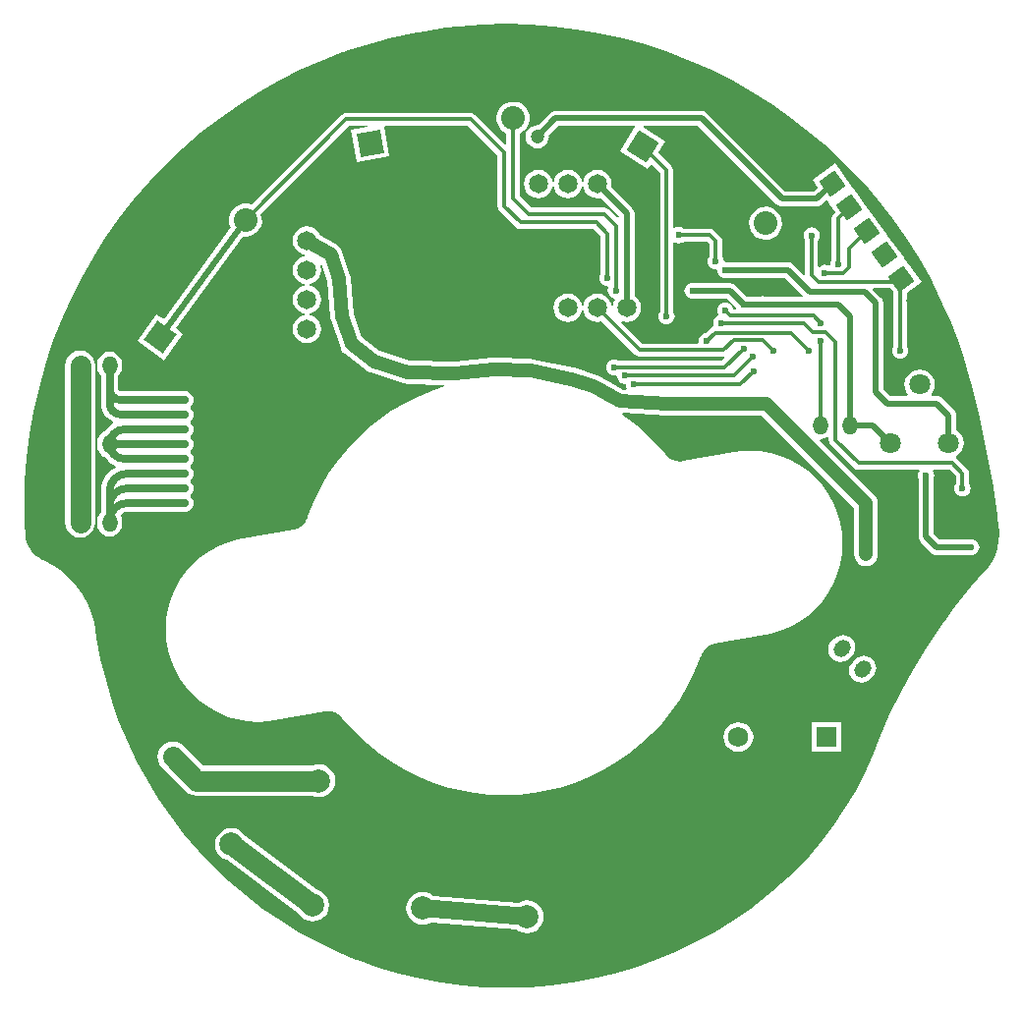
<source format=gbl>
G04 Layer_Physical_Order=2*
G04 Layer_Color=16711680*
%FSTAX24Y24*%
%MOIN*%
G70*
G01*
G75*
%ADD10C,0.0354*%
%ADD11C,0.0197*%
%ADD12C,0.0276*%
%ADD13C,0.0118*%
%ADD22C,0.0472*%
%ADD27C,0.0591*%
%ADD33O,0.0512X0.0630*%
G04:AMPARAMS|DCode=34|XSize=63mil|YSize=51.2mil|CornerRadius=0mil|HoleSize=0mil|Usage=FLASHONLY|Rotation=45.000|XOffset=0mil|YOffset=0mil|HoleType=Round|Shape=Round|*
%AMOVALD34*
21,1,0.0118,0.0512,0.0000,0.0000,45.0*
1,1,0.0512,-0.0042,-0.0042*
1,1,0.0512,0.0042,0.0042*
%
%ADD34OVALD34*%

G04:AMPARAMS|DCode=35|XSize=63mil|YSize=51.2mil|CornerRadius=0mil|HoleSize=0mil|Usage=FLASHONLY|Rotation=315.000|XOffset=0mil|YOffset=0mil|HoleType=Round|Shape=Round|*
%AMOVALD35*
21,1,0.0118,0.0512,0.0000,0.0000,315.0*
1,1,0.0512,-0.0042,0.0042*
1,1,0.0512,0.0042,-0.0042*
%
%ADD35OVALD35*%

%ADD36C,0.0650*%
%ADD37C,0.1575*%
%ADD38P,0.0919X4X81.0*%
%ADD39C,0.0709*%
%ADD40P,0.1131X4X325.0*%
%ADD41C,0.0800*%
%ADD42P,0.1131X4X283.0*%
%ADD43P,0.1131X4X369.0*%
%ADD44C,0.3150*%
%ADD45C,0.0787*%
%ADD46R,0.0689X0.0689*%
%ADD47C,0.0689*%
%ADD48C,0.0236*%
%ADD49C,0.0394*%
%ADD50C,0.0709*%
%ADD51C,0.0472*%
G36*
X184164Y161171D02*
X184963Y161113D01*
X185759Y161014D01*
X186548Y160877D01*
X18733Y160702D01*
X188103Y160488D01*
X188864Y160237D01*
X189612Y159948D01*
X190345Y159623D01*
X191061Y159263D01*
X191758Y158868D01*
X192435Y158439D01*
X193091Y157977D01*
X193723Y157484D01*
X194329Y156961D01*
X19491Y156408D01*
X195463Y155827D01*
X195986Y155221D01*
X196479Y154589D01*
X196941Y153933D01*
X19737Y153256D01*
X197765Y152559D01*
X198125Y151843D01*
X198289Y151474D01*
X198289Y151474D01*
X198442Y151129D01*
X198731Y15038D01*
X198849Y150023D01*
X198849Y150023D01*
X198864Y149976D01*
X198984Y149612D01*
X199121Y149118D01*
X199134Y149072D01*
X199149Y149024D01*
X199412Y147977D01*
X199659Y146833D01*
X199868Y145681D01*
X20004Y144523D01*
X200093Y144064D01*
X200093D01*
X200095Y144062D01*
X200109Y143854D01*
X200094Y143621D01*
X200048Y143392D01*
X199973Y143171D01*
X19987Y142962D01*
X19974Y142768D01*
X199644Y142659D01*
X199646Y142657D01*
X199157Y142099D01*
X198619Y141429D01*
X198111Y140735D01*
X197633Y140021D01*
X197187Y139286D01*
X196773Y138532D01*
X196393Y137761D01*
X196047Y136974D01*
X195921Y136649D01*
X195899Y136605D01*
X195899Y136605D01*
X195812Y136379D01*
X195537Y135765D01*
X195228Y135167D01*
X194886Y134587D01*
X194512Y134027D01*
X194108Y133489D01*
X193673Y132975D01*
X193211Y132486D01*
X192722Y132023D01*
X192418Y131767D01*
X192419Y131767D01*
X192253Y131625D01*
X191668Y131176D01*
X191061Y130759D01*
X190432Y130374D01*
X189785Y130022D01*
X189119Y129705D01*
X188439Y129423D01*
X187744Y129177D01*
X187037Y128968D01*
X186321Y128796D01*
X185596Y128661D01*
X184865Y128565D01*
X184131Y128507D01*
X183394Y128488D01*
X182657Y128507D01*
X181923Y128565D01*
X181192Y128661D01*
X180467Y128796D01*
X179751Y128968D01*
X179044Y129177D01*
X17835Y129423D01*
X17834Y129428D01*
X178332Y129433D01*
X178327Y129434D01*
X17828Y129452D01*
X177669Y129705D01*
X177004Y130022D01*
X176356Y130374D01*
X175728Y130759D01*
X17512Y131176D01*
X174536Y131625D01*
X173975Y132103D01*
X173441Y132611D01*
X172933Y133145D01*
X172455Y133706D01*
X172006Y13429D01*
X171589Y134898D01*
X171204Y135526D01*
X170852Y136174D01*
X170535Y136839D01*
X170253Y13752D01*
X170007Y138214D01*
X169797Y138921D01*
X169625Y139638D01*
X169491Y140362D01*
X169456Y140629D01*
X169453Y140628D01*
X169408Y14089D01*
X169384Y140974D01*
X169372Y141018D01*
X169367Y141041D01*
X169363Y141047D01*
X169359Y141063D01*
X169314Y141219D01*
X169182Y141537D01*
X169016Y141838D01*
X168817Y142118D01*
X168587Y142375D01*
X168331Y142604D01*
X16805Y142803D01*
X167749Y142969D01*
X167707Y142987D01*
X167662Y143007D01*
X167659Y14301D01*
X167657Y14301D01*
X167619Y14303D01*
X167512Y143088D01*
X16736Y143212D01*
X167236Y143363D01*
X167144Y143536D01*
X167087Y143723D01*
X167074Y143855D01*
X167074Y143855D01*
X167074D01*
X167073Y143856D01*
X167062Y144053D01*
X167058Y144068D01*
X167038Y144864D01*
X167058Y145665D01*
X167117Y146464D01*
X167215Y14726D01*
X167352Y14805D01*
X167528Y148832D01*
X167742Y149604D01*
X167993Y150365D01*
X168281Y151113D01*
X168606Y151846D01*
X168967Y152562D01*
X169362Y153259D01*
X169791Y153937D01*
X170252Y154592D01*
X170745Y155224D01*
X171269Y155831D01*
X171822Y156411D01*
X172402Y156964D01*
X173009Y157488D01*
X173641Y157981D01*
X174296Y158442D01*
X174973Y158871D01*
X175671Y159266D01*
X176387Y159627D01*
X17712Y159951D01*
X177824Y160223D01*
X177872Y160239D01*
X177881Y160241D01*
X177886Y160244D01*
X177919Y160256D01*
X17861Y160485D01*
X179311Y160679D01*
X179359Y160692D01*
X179385Y160697D01*
X179385Y160698D01*
X179388Y160699D01*
X179407Y160704D01*
X180176Y160877D01*
X180347Y160906D01*
Y160906D01*
X180396Y160915D01*
X180977Y161016D01*
X181303Y161056D01*
X181303Y161056D01*
X181762Y161113D01*
X182561Y161171D01*
X183362Y161191D01*
X184164Y161171D01*
D02*
G37*
%LPC*%
G36*
X183662Y158553D02*
X183516Y158547D01*
X183376Y158503D01*
X183252Y158424D01*
X183153Y158316D01*
X183085Y158186D01*
X183053Y158042D01*
X18306Y157896D01*
X183104Y157756D01*
X183183Y157632D01*
X183291Y157533D01*
X183393Y15748D01*
Y157116D01*
X183347Y157096D01*
X182326Y158116D01*
X182255Y158164D01*
X18217Y158181D01*
X177957D01*
X177873Y158164D01*
X177801Y158116D01*
X174746Y155061D01*
X174738Y155065D01*
X174596Y155099D01*
X174449Y155095D01*
X174308Y155053D01*
X174183Y154977D01*
X174082Y15487D01*
X174012Y154741D01*
X173978Y154599D01*
X173981Y154452D01*
X174023Y154311D01*
X174036Y15429D01*
X171764Y151162D01*
X171522Y151338D01*
X170866Y150436D01*
X171768Y149781D01*
X172424Y150683D01*
X172182Y150859D01*
X174454Y153986D01*
X174478Y153981D01*
X174625Y153984D01*
X174766Y154026D01*
X174891Y154103D01*
X174992Y154209D01*
X175062Y154338D01*
X175096Y154481D01*
X175092Y154628D01*
X175057Y154747D01*
X178049Y15774D01*
X178678D01*
X178682Y15769D01*
X178123Y157591D01*
X178316Y156493D01*
X179414Y156687D01*
X179235Y157701D01*
X179268Y15774D01*
X182079D01*
X183089Y156729D01*
Y155008D01*
X183106Y154923D01*
X183154Y154852D01*
X183705Y1543D01*
X183777Y154252D01*
X183861Y154236D01*
X18634D01*
X186589Y153987D01*
Y152732D01*
X186569Y152706D01*
X186541Y152639D01*
X186532Y152567D01*
X186541Y152495D01*
X186569Y152428D01*
X186613Y15237D01*
X186671Y152326D01*
X186738Y152298D01*
X186809Y152289D01*
X186844Y152243D01*
X186836Y152225D01*
X186827Y152153D01*
X186836Y152081D01*
X186864Y152014D01*
X186908Y151957D01*
X186966Y151913D01*
X187033Y151885D01*
X187053Y151882D01*
X187072Y151836D01*
X187049Y151806D01*
X187001Y151689D01*
X186996Y151653D01*
X186946D01*
X186941Y151689D01*
X186892Y151806D01*
X186815Y151907D01*
X186714Y151984D01*
X186597Y152033D01*
X186471Y152049D01*
X186345Y152033D01*
X186228Y151984D01*
X186127Y151907D01*
X186049Y151806D01*
X186001Y151689D01*
X185996Y151653D01*
X185946D01*
X185941Y151689D01*
X185892Y151806D01*
X185815Y151907D01*
X185714Y151984D01*
X185597Y152033D01*
X185471Y152049D01*
X185345Y152033D01*
X185228Y151984D01*
X185127Y151907D01*
X185049Y151806D01*
X185001Y151689D01*
X184984Y151563D01*
X185001Y151437D01*
X185049Y151319D01*
X185127Y151219D01*
X185228Y151141D01*
X185345Y151093D01*
X185471Y151076D01*
X185597Y151093D01*
X185714Y151141D01*
X185815Y151219D01*
X185892Y151319D01*
X185941Y151437D01*
X185946Y151473D01*
X185996D01*
X186001Y151437D01*
X186049Y151319D01*
X186127Y151219D01*
X186228Y151141D01*
X186345Y151093D01*
X186471Y151076D01*
X186597Y151093D01*
X186619Y151102D01*
X187752Y14997D01*
X187823Y149922D01*
X187908Y149905D01*
X190746D01*
X190779Y149911D01*
X190804Y149865D01*
X190694Y149756D01*
X187211D01*
X187185Y149776D01*
X187118Y149804D01*
X187046Y149813D01*
X186974Y149804D01*
X186907Y149776D01*
X186849Y149732D01*
X186805Y149674D01*
X186777Y149607D01*
X186768Y149535D01*
X186777Y149463D01*
X186805Y149396D01*
X186849Y149339D01*
X186907Y149294D01*
X186974Y149267D01*
X187046Y149257D01*
X187081Y149262D01*
X18712Y14926D01*
X187135Y14922D01*
X187139Y149188D01*
X187167Y149121D01*
X187211Y149063D01*
X187268Y149019D01*
X187335Y148991D01*
X187391Y148984D01*
X187437Y148954D01*
X187447Y148882D01*
X18747Y148825D01*
X187448Y148776D01*
X187352Y148781D01*
X187079Y148938D01*
X186536Y14925D01*
X186498Y149266D01*
X18646Y149284D01*
X185707Y149527D01*
X185685Y149531D01*
X185665Y149538D01*
X184291Y149819D01*
X184256Y149822D01*
X184222Y149827D01*
X182962Y149863D01*
X182935Y14986D01*
X182908Y14986D01*
X181637Y149722D01*
X180106Y149773D01*
X179083Y1501D01*
X178474Y150566D01*
X178202Y151349D01*
X178106Y152578D01*
X178096Y152626D01*
X178087Y152673D01*
X177816Y15348D01*
X1778Y153514D01*
X177786Y153548D01*
X177777Y15356D01*
X17777Y153574D01*
X177746Y153602D01*
X177724Y153631D01*
X177712Y153641D01*
X177702Y153652D01*
X177671Y153672D01*
X177642Y153695D01*
X177057Y154043D01*
X17704Y154086D01*
X176962Y154186D01*
X176862Y154264D01*
X176744Y154312D01*
X176618Y154329D01*
X176492Y154312D01*
X176375Y154264D01*
X176274Y154186D01*
X176197Y154086D01*
X176148Y153968D01*
X176132Y153842D01*
X176148Y153716D01*
X176197Y153599D01*
X176274Y153498D01*
X176375Y153421D01*
X176492Y153372D01*
X176528Y153367D01*
Y153317D01*
X176492Y153312D01*
X176375Y153264D01*
X176274Y153186D01*
X176197Y153086D01*
X176148Y152968D01*
X176132Y152842D01*
X176148Y152716D01*
X176197Y152599D01*
X176274Y152498D01*
X176375Y152421D01*
X176492Y152372D01*
X176528Y152367D01*
Y152317D01*
X176492Y152312D01*
X176375Y152264D01*
X176274Y152186D01*
X176197Y152086D01*
X176148Y151968D01*
X176132Y151842D01*
X176148Y151716D01*
X176197Y151599D01*
X176274Y151498D01*
X176375Y151421D01*
X176492Y151372D01*
X176528Y151367D01*
Y151317D01*
X176492Y151312D01*
X176375Y151264D01*
X176274Y151186D01*
X176197Y151086D01*
X176148Y150968D01*
X176132Y150842D01*
X176148Y150716D01*
X176197Y150599D01*
X176274Y150498D01*
X176375Y150421D01*
X176492Y150372D01*
X176618Y150356D01*
X176744Y150372D01*
X176862Y150421D01*
X176962Y150498D01*
X17704Y150599D01*
X177088Y150716D01*
X177105Y150842D01*
X177088Y150968D01*
X17704Y151086D01*
X176962Y151186D01*
X176862Y151264D01*
X176744Y151312D01*
X176708Y151317D01*
Y151367D01*
X176744Y151372D01*
X176862Y151421D01*
X176962Y151498D01*
X17704Y151599D01*
X177088Y151716D01*
X177105Y151842D01*
X177088Y151968D01*
X17704Y152086D01*
X176962Y152186D01*
X176862Y152264D01*
X176744Y152312D01*
X176708Y152317D01*
Y152367D01*
X176744Y152372D01*
X176862Y152421D01*
X176962Y152498D01*
X17704Y152599D01*
X177088Y152716D01*
X177105Y152842D01*
X177088Y152968D01*
X177064Y153028D01*
X177101Y153068D01*
X177118Y153062D01*
X177318Y152467D01*
X177414Y151237D01*
X177424Y151187D01*
X177435Y151137D01*
X177763Y150192D01*
X177768Y150182D01*
X177771Y15017D01*
X177791Y150135D01*
X177809Y1501D01*
X177817Y150091D01*
X177823Y15008D01*
X177852Y150052D01*
X177878Y150022D01*
X177888Y150016D01*
X177897Y150007D01*
X178655Y149427D01*
X178669Y149419D01*
X178681Y149409D01*
X178714Y149394D01*
X178745Y149376D01*
X17876Y149372D01*
X178775Y149365D01*
X179917Y148999D01*
X17992Y148999D01*
X179922Y148998D01*
X179971Y14899D01*
X180019Y148981D01*
X180022Y148981D01*
X180025Y148981D01*
X181282Y148939D01*
X181289Y148889D01*
X18084Y14874D01*
X180373Y148546D01*
X179921Y14832D01*
X179487Y148062D01*
X179072Y147774D01*
X178679Y147457D01*
X178309Y147113D01*
X177965Y146743D01*
X177648Y14635D01*
X17736Y145935D01*
X177102Y1455D01*
X176876Y145049D01*
X176682Y144582D01*
X17665Y144486D01*
X176631Y14444D01*
D01*
X176614Y144393D01*
X176565Y144303D01*
X17649Y144211D01*
X176399Y144136D01*
X176295Y144081D01*
X176182Y144046D01*
X17617Y144045D01*
X176168Y144045D01*
X174434Y143742D01*
X174418Y143735D01*
X174276Y143711D01*
X173938Y143614D01*
X173613Y143479D01*
X173304Y143309D01*
X173017Y143105D01*
X172755Y14287D01*
X17252Y142608D01*
X172316Y142321D01*
X172146Y142012D01*
X172011Y141687D01*
X171914Y141349D01*
X171855Y141001D01*
X171835Y14065D01*
X171855Y140298D01*
X171914Y139951D01*
X172011Y139613D01*
X172146Y139287D01*
X172316Y138979D01*
X17252Y138692D01*
X172755Y138429D01*
X173017Y138195D01*
X173304Y137991D01*
X173613Y137821D01*
X173938Y137686D01*
X174276Y137588D01*
X174623Y137529D01*
X174975Y13751D01*
X175327Y137529D01*
X175498Y137558D01*
X175516Y137558D01*
X17725Y137861D01*
X177251Y137862D01*
X177354Y137872D01*
X177471Y13786D01*
X177584Y137826D01*
X177688Y13777D01*
X17778Y137695D01*
X177819Y137647D01*
X177819Y137647D01*
X177854Y137612D01*
X177965Y137475D01*
X178309Y137105D01*
X178679Y136761D01*
X179072Y136444D01*
X179487Y136156D01*
X179921Y135898D01*
X180373Y135672D01*
X18084Y135478D01*
X181319Y135319D01*
X181809Y135194D01*
X182306Y135104D01*
X182808Y13505D01*
X183313Y135032D01*
X183818Y13505D01*
X18432Y135104D01*
X184817Y135194D01*
X185307Y135319D01*
X185786Y135478D01*
X186253Y135672D01*
X186704Y135898D01*
X187139Y136156D01*
X187554Y136444D01*
X187947Y136761D01*
X188317Y137105D01*
X188661Y137475D01*
X188978Y137868D01*
X189266Y138283D01*
X189524Y138717D01*
X18975Y139169D01*
X189944Y139636D01*
X189976Y139732D01*
X189995Y139778D01*
X190005Y139811D01*
X190061Y139915D01*
X190136Y140007D01*
X190227Y140082D01*
X190331Y140137D01*
X190444Y140172D01*
X190456Y140173D01*
X190458Y140173D01*
X192192Y140476D01*
X192208Y140483D01*
X19235Y140507D01*
X192688Y140604D01*
X193013Y140739D01*
X193321Y140909D01*
X193609Y141113D01*
X193871Y141348D01*
X194106Y14161D01*
X19431Y141897D01*
X19448Y142206D01*
X194615Y142531D01*
X194712Y142869D01*
X194771Y143216D01*
X194791Y143568D01*
X194771Y14392D01*
X194712Y144267D01*
X194615Y144605D01*
X19448Y14493D01*
X19431Y145239D01*
X194106Y145526D01*
X193871Y145788D01*
X193609Y146023D01*
X193321Y146227D01*
X193013Y146397D01*
X192688Y146532D01*
X19235Y146629D01*
X192002Y146688D01*
X191651Y146708D01*
X191299Y146688D01*
X191128Y146659D01*
X19111Y14666D01*
X189376Y146356D01*
X189375Y146356D01*
X189272Y146346D01*
X189155Y146358D01*
X189042Y146392D01*
X188937Y146448D01*
X188846Y146523D01*
X188807Y146571D01*
X188807Y146571D01*
X188772Y146606D01*
X188661Y146743D01*
X188317Y147113D01*
X187947Y147457D01*
X187554Y147774D01*
X187316Y147939D01*
X187332Y147987D01*
X188839Y147918D01*
X188848Y147919D01*
X188857Y147918D01*
X192039D01*
X195192Y144765D01*
Y143197D01*
X195205Y143094D01*
X195245Y142998D01*
X195308Y142916D01*
X19539Y142853D01*
X195486Y142813D01*
X195589Y1428D01*
X195692Y142813D01*
X195788Y142853D01*
X19587Y142916D01*
X195933Y142998D01*
X195973Y143094D01*
X195986Y143197D01*
Y14493D01*
X195973Y145032D01*
X195933Y145128D01*
X19587Y14521D01*
X194015Y147065D01*
X194038Y14711D01*
X194047Y147108D01*
X194155Y147123D01*
X194256Y147164D01*
X194282Y147184D01*
X194327Y147162D01*
Y147073D01*
X194343Y146989D01*
X194391Y146917D01*
X195175Y146133D01*
X195247Y146085D01*
X195332Y146068D01*
X197379D01*
X197404Y146018D01*
X197384Y145993D01*
X197357Y145926D01*
X197347Y145854D01*
X197357Y145782D01*
X197367Y145757D01*
Y14379D01*
X197376Y143723D01*
X197402Y143661D01*
X197443Y143608D01*
X197798Y143252D01*
X197851Y143211D01*
X197914Y143185D01*
X19798Y143177D01*
X199055D01*
X19908Y143166D01*
X199152Y143157D01*
X199224Y143166D01*
X199291Y143194D01*
X199349Y143238D01*
X199393Y143296D01*
X199421Y143363D01*
X19943Y143435D01*
X199421Y143507D01*
X199393Y143574D01*
X199349Y143631D01*
X199291Y143675D01*
X199224Y143703D01*
X199152Y143713D01*
X19908Y143703D01*
X199055Y143693D01*
X198087D01*
X197883Y143897D01*
Y145757D01*
X197894Y145782D01*
X197903Y145854D01*
X197894Y145926D01*
X197866Y145993D01*
X197846Y146018D01*
X197871Y146068D01*
X198429D01*
X198636Y145861D01*
Y145611D01*
X198616Y145585D01*
X198588Y145518D01*
X198579Y145446D01*
X198588Y145374D01*
X198616Y145307D01*
X19866Y145249D01*
X198718Y145205D01*
X198785Y145177D01*
X198857Y145168D01*
X198929Y145177D01*
X198996Y145205D01*
X199053Y145249D01*
X199097Y145307D01*
X199125Y145374D01*
X199135Y145446D01*
X199125Y145518D01*
X199097Y145585D01*
X199078Y145611D01*
Y145953D01*
X199061Y146037D01*
X199013Y146109D01*
X198676Y146445D01*
X19863Y146476D01*
X198635Y146533D01*
X19865Y146539D01*
X198756Y146621D01*
X198839Y146728D01*
X19889Y146852D01*
X198908Y146986D01*
X19889Y147119D01*
X198839Y147244D01*
X198756Y147351D01*
X19865Y147433D01*
Y147917D01*
X198641Y147983D01*
X198615Y148046D01*
X198574Y148099D01*
X198176Y148497D01*
X198122Y148538D01*
X19806Y148564D01*
X197993Y148573D01*
X197823D01*
X197798Y148623D01*
X197854Y148696D01*
X197906Y148821D01*
X197923Y148954D01*
X197906Y149088D01*
X197854Y149212D01*
X197772Y149319D01*
X197665Y149401D01*
X197541Y149453D01*
X197407Y14947D01*
X197274Y149453D01*
X197149Y149401D01*
X197042Y149319D01*
X19696Y149212D01*
X196909Y149088D01*
X196891Y148954D01*
X196909Y148821D01*
X19696Y148696D01*
X197016Y148623D01*
X196992Y148573D01*
X196405D01*
X196162Y148815D01*
Y151735D01*
X196153Y151802D01*
X196128Y151864D01*
X196086Y151918D01*
X195823Y152182D01*
X195842Y152228D01*
X196423D01*
X196523Y15209D01*
Y150271D01*
X196503Y150245D01*
X196475Y150178D01*
X196466Y150106D01*
X196475Y150034D01*
X196503Y149967D01*
X196547Y149909D01*
X196605Y149865D01*
X196672Y149838D01*
X196744Y149828D01*
X196816Y149838D01*
X196883Y149865D01*
X19694Y149909D01*
X196985Y149967D01*
X197012Y150034D01*
X197022Y150106D01*
X197012Y150178D01*
X196985Y150245D01*
X196965Y150271D01*
Y15208D01*
X197461Y15244D01*
X196903Y153209D01*
X196894Y153221D01*
X196864Y153261D01*
X196315Y154018D01*
X196285Y154058D01*
X196277Y15407D01*
X195718Y154839D01*
X195718Y154839D01*
X195698Y154867D01*
X195698Y154867D01*
X195689Y154879D01*
X195139Y155636D01*
X195131Y155648D01*
X19511Y155676D01*
X195081Y155717D01*
X194543Y156457D01*
X193762Y15589D01*
X193937Y155649D01*
X193802Y155514D01*
X192842D01*
X190181Y158176D01*
X190128Y158217D01*
X190065Y158242D01*
X189999Y158251D01*
X185057D01*
X184991Y158242D01*
X184928Y158217D01*
X184875Y158176D01*
X184462Y157763D01*
X184434Y157767D01*
X184331Y157753D01*
X184236Y157714D01*
X184153Y157651D01*
X18409Y157568D01*
X184051Y157473D01*
X184037Y15737D01*
X184051Y157267D01*
X18409Y157171D01*
X184153Y157089D01*
X184236Y157026D01*
X184331Y156986D01*
X184434Y156973D01*
X184537Y156986D01*
X184633Y157026D01*
X184715Y157089D01*
X184778Y157171D01*
X184818Y157267D01*
X184831Y15737D01*
X184827Y157398D01*
X185164Y157735D01*
X187735D01*
X187759Y157691D01*
X187239Y156859D01*
X188185Y156268D01*
X18827Y156405D01*
X18832Y156411D01*
X188597Y156135D01*
Y151432D01*
X188577Y151406D01*
X188549Y151339D01*
X188539Y151267D01*
X188549Y151196D01*
X188577Y151128D01*
X188621Y151071D01*
X188678Y151027D01*
X188745Y150999D01*
X188817Y15099D01*
X188889Y150999D01*
X188956Y151027D01*
X189014Y151071D01*
X189058Y151128D01*
X189086Y151196D01*
X189095Y151267D01*
X189086Y151339D01*
X189058Y151406D01*
X189038Y151432D01*
Y153767D01*
X189083Y153789D01*
X189092Y153783D01*
X189159Y153755D01*
X189231Y153745D01*
X189303Y153755D01*
X18937Y153783D01*
X189396Y153803D01*
X190202D01*
X19027Y153735D01*
Y153303D01*
X19025Y153277D01*
X190222Y153209D01*
X190213Y153138D01*
X190222Y153066D01*
X19025Y152999D01*
X190294Y152941D01*
X190352Y152897D01*
X190419Y152869D01*
X19048Y152861D01*
X190495Y152855D01*
X190531Y152815D01*
X190537Y15277D01*
X190565Y152703D01*
X190609Y152646D01*
X190667Y152602D01*
X190734Y152574D01*
X190806Y152564D01*
X190877Y152574D01*
X190903Y152584D01*
X191653D01*
X191679Y152574D01*
X19175Y152564D01*
X191822Y152574D01*
X191847Y152584D01*
X192837D01*
X193436Y151985D01*
X193417Y151939D01*
X192162D01*
X192137Y151949D01*
X192065Y151959D01*
X191993Y151949D01*
X191968Y151939D01*
X191542D01*
X191165Y152316D01*
X191112Y152357D01*
X19105Y152383D01*
X190983Y152392D01*
X1898D01*
X189775Y152402D01*
X189703Y152412D01*
X189631Y152402D01*
X189564Y152374D01*
X189507Y15233D01*
X189462Y152273D01*
X189435Y152206D01*
X189425Y152134D01*
X189435Y152062D01*
X189462Y151995D01*
X189507Y151937D01*
X189564Y151893D01*
X189631Y151865D01*
X189703Y151856D01*
X189775Y151865D01*
X1898Y151875D01*
X190876D01*
X191184Y151567D01*
X191188Y151558D01*
X191163Y151508D01*
X191078D01*
X191074Y151536D01*
X191046Y151603D01*
X191002Y151661D01*
X190945Y151705D01*
X190877Y151733D01*
X190806Y151742D01*
X190734Y151733D01*
X190667Y151705D01*
X190609Y151661D01*
X190565Y151603D01*
X190537Y151536D01*
X190528Y151464D01*
X190537Y151392D01*
X190565Y151325D01*
X190559Y151302D01*
X190534Y151292D01*
X190477Y151247D01*
X190432Y15119D01*
X190405Y151123D01*
X190395Y151051D01*
X190405Y150979D01*
X190412Y150961D01*
X19039Y15092D01*
X190319Y150872D01*
X19014Y150694D01*
X190108Y15069D01*
X190041Y150662D01*
X189983Y150618D01*
X189939Y15056D01*
X189911Y150493D01*
X189902Y150421D01*
X189905Y150397D01*
X189861Y150347D01*
X187999D01*
X187281Y151065D01*
X187309Y151108D01*
X187345Y151093D01*
X187471Y151076D01*
X187597Y151093D01*
X187714Y151141D01*
X187815Y151219D01*
X187892Y151319D01*
X187941Y151437D01*
X187958Y151563D01*
X187941Y151689D01*
X187892Y151806D01*
X187815Y151907D01*
X187729Y151973D01*
Y154762D01*
X18772Y154829D01*
X187694Y154891D01*
X187653Y154945D01*
X186943Y155655D01*
X186958Y155762D01*
X186941Y155888D01*
X186892Y156005D01*
X186815Y156106D01*
X186714Y156184D01*
X186597Y156232D01*
X186471Y156249D01*
X186345Y156232D01*
X186228Y156184D01*
X186127Y156106D01*
X186049Y156005D01*
X186001Y155888D01*
X185996Y155852D01*
X185946D01*
X185941Y155888D01*
X185892Y156005D01*
X185815Y156106D01*
X185714Y156184D01*
X185597Y156232D01*
X185471Y156249D01*
X185345Y156232D01*
X185228Y156184D01*
X185127Y156106D01*
X185049Y156005D01*
X185001Y155888D01*
X184996Y155852D01*
X184946D01*
X184941Y155888D01*
X184892Y156005D01*
X184815Y156106D01*
X184714Y156184D01*
X184597Y156232D01*
X184471Y156249D01*
X184345Y156232D01*
X184228Y156184D01*
X184127Y156106D01*
X184049Y156005D01*
X184001Y155888D01*
X183984Y155762D01*
X184001Y155636D01*
X184049Y155519D01*
X184127Y155418D01*
X184228Y155341D01*
X184345Y155292D01*
X184471Y155276D01*
X184597Y155292D01*
X184714Y155341D01*
X184815Y155418D01*
X184892Y155519D01*
X184941Y155636D01*
X184946Y155672D01*
X184996D01*
X185001Y155636D01*
X185049Y155519D01*
X185127Y155418D01*
X185228Y155341D01*
X185345Y155292D01*
X185471Y155276D01*
X185597Y155292D01*
X185714Y155341D01*
X185815Y155418D01*
X185892Y155519D01*
X185941Y155636D01*
X185946Y155672D01*
X185996D01*
X186001Y155636D01*
X186049Y155519D01*
X186127Y155418D01*
X186228Y155341D01*
X186345Y155292D01*
X186471Y155276D01*
X186578Y15529D01*
X187202Y154666D01*
X187199Y15464D01*
X187146Y154622D01*
X186863Y154904D01*
X186792Y154952D01*
X186707Y154969D01*
X18422D01*
X183834Y155355D01*
Y157478D01*
X183851Y157484D01*
X183975Y157563D01*
X184074Y157671D01*
X184142Y157801D01*
X184174Y157944D01*
X184167Y158091D01*
X184123Y158231D01*
X184044Y158355D01*
X183936Y158454D01*
X183806Y158522D01*
X183662Y158553D01*
D02*
G37*
G36*
X169928Y15007D02*
X16982Y150056D01*
X169719Y150014D01*
X169633Y149948D01*
X169567Y149862D01*
X169525Y149761D01*
X169511Y149653D01*
Y149535D01*
X169525Y149427D01*
X169567Y149327D01*
X16963Y149244D01*
Y148819D01*
X169629D01*
X16963Y148811D01*
Y148323D01*
X169629D01*
X169642Y148189D01*
X169681Y148061D01*
X169744Y147942D01*
X169829Y147839D01*
X169933Y147754D01*
X170048Y147692D01*
X170054Y14767D01*
X170057Y14764D01*
X169984Y147601D01*
X169863Y147502D01*
X169763Y147381D01*
X169759Y147374D01*
X169719Y147357D01*
X169633Y147291D01*
X169567Y147204D01*
X169525Y147104D01*
X169511Y146996D01*
Y146878D01*
X169525Y14677D01*
X169567Y146669D01*
X169633Y146583D01*
X169719Y146517D01*
X169759Y1465D01*
X169763Y146493D01*
X169863Y146372D01*
X169984Y146272D01*
X170122Y146198D01*
X170125Y146197D01*
X17013Y146144D01*
X170023Y146086D01*
X169889Y145976D01*
X169778Y145841D01*
X169696Y145687D01*
X169645Y14552D01*
X169628Y145347D01*
X16963D01*
Y144864D01*
X169628Y144847D01*
X16963D01*
Y144629D01*
X169567Y144547D01*
X169525Y144446D01*
X169511Y144338D01*
Y14422D01*
X169525Y144112D01*
X169567Y144012D01*
X169633Y143925D01*
X169719Y143859D01*
X16982Y143817D01*
X169928Y143803D01*
X170036Y143817D01*
X170136Y143859D01*
X170222Y143925D01*
X170289Y144012D01*
X17033Y144112D01*
X170345Y14422D01*
Y144338D01*
X17033Y144446D01*
X170295Y144532D01*
X170311Y144553D01*
X170371Y1446D01*
X170442Y144629D01*
X170517Y144639D01*
X170518Y144639D01*
X172477D01*
X172554Y144649D01*
X172626Y144679D01*
X172688Y144726D01*
X172735Y144788D01*
X172765Y14486D01*
X172775Y144937D01*
X172765Y145014D01*
X172735Y145086D01*
X172688Y145147D01*
X172669Y145162D01*
Y145212D01*
X172688Y145226D01*
X172735Y145288D01*
X172765Y14536D01*
X172775Y145437D01*
X172765Y145514D01*
X172735Y145586D01*
X172688Y145647D01*
X172669Y145662D01*
Y145712D01*
X172688Y145726D01*
X172735Y145788D01*
X172765Y14586D01*
X172775Y145937D01*
X172765Y146014D01*
X172735Y146086D01*
X172688Y146147D01*
X172669Y146162D01*
Y146212D01*
X172688Y146226D01*
X172735Y146288D01*
X172765Y14636D01*
X172775Y146437D01*
X172765Y146514D01*
X172735Y146586D01*
X172688Y146647D01*
X172669Y146662D01*
Y146712D01*
X172688Y146726D01*
X172735Y146788D01*
X172765Y14686D01*
X172775Y146937D01*
X172765Y147014D01*
X172735Y147086D01*
X172688Y147147D01*
X172669Y147162D01*
Y147212D01*
X172688Y147226D01*
X172735Y147288D01*
X172765Y14736D01*
X172775Y147437D01*
X172765Y147514D01*
X172735Y147586D01*
X172688Y147647D01*
X172669Y147662D01*
Y147712D01*
X172688Y147726D01*
X172735Y147788D01*
X172765Y14786D01*
X172775Y147937D01*
X172765Y148014D01*
X172735Y148086D01*
X172688Y148147D01*
X172672Y14816D01*
Y14821D01*
X172688Y148222D01*
X172735Y148284D01*
X172765Y148356D01*
X172775Y148433D01*
X172765Y14851D01*
X172735Y148582D01*
X172688Y148643D01*
X172626Y148691D01*
X172554Y148721D01*
X172477Y148731D01*
X170313D01*
Y148731D01*
X17028Y148738D01*
X170252Y148757D01*
X170233Y148785D01*
X170226Y148819D01*
X170225D01*
Y149244D01*
X170289Y149327D01*
X17033Y149427D01*
X170345Y149535D01*
Y149653D01*
X17033Y149761D01*
X170289Y149862D01*
X170222Y149948D01*
X170136Y150014D01*
X170036Y150056D01*
X169928Y15007D01*
D02*
G37*
G36*
X168928Y15011D02*
X168794Y150093D01*
X168669Y150041D01*
X168563Y149959D01*
X168481Y149852D01*
X168429Y149728D01*
X168411Y149594D01*
Y146937D01*
Y144279D01*
X168429Y144146D01*
X168481Y144021D01*
X168563Y143914D01*
X168669Y143832D01*
X168794Y143781D01*
X168928Y143763D01*
X169061Y143781D01*
X169186Y143832D01*
X169293Y143914D01*
X169375Y144021D01*
X169426Y144146D01*
X169444Y144279D01*
Y146937D01*
Y149594D01*
X169426Y149728D01*
X169375Y149852D01*
X169293Y149959D01*
X169186Y150041D01*
X169061Y150093D01*
X168928Y15011D01*
D02*
G37*
G36*
X194805Y140466D02*
X194697Y140451D01*
X194596Y14041D01*
X19451Y140343D01*
X194426Y14026D01*
X19436Y140174D01*
X194319Y140073D01*
X194304Y139965D01*
X194319Y139857D01*
X19436Y139757D01*
X194426Y13967D01*
X194513Y139604D01*
X194613Y139562D01*
X194721Y139548D01*
X194829Y139562D01*
X19493Y139604D01*
X195016Y13967D01*
X1951Y139754D01*
X195166Y13984D01*
X195208Y139941D01*
X195222Y140049D01*
X195208Y140157D01*
X195166Y140257D01*
X1951Y140343D01*
X195013Y14041D01*
X194913Y140451D01*
X194805Y140466D01*
D02*
G37*
G36*
X195512Y139758D02*
X195404Y139744D01*
X195303Y139703D01*
X195217Y139636D01*
X195134Y139553D01*
X195067Y139466D01*
X195026Y139366D01*
X195011Y139258D01*
X195026Y13915D01*
X195067Y13905D01*
X195134Y138963D01*
X19522Y138897D01*
X19532Y138855D01*
X195428Y138841D01*
X195536Y138855D01*
X195637Y138897D01*
X195723Y138963D01*
X195807Y139047D01*
X195873Y139133D01*
X195915Y139234D01*
X195929Y139341D01*
X195915Y139449D01*
X195873Y13955D01*
X195807Y139636D01*
X19572Y139703D01*
X19562Y139744D01*
X195512Y139758D01*
D02*
G37*
G36*
X194756Y137498D02*
X193752D01*
Y136494D01*
X194756D01*
Y137498D01*
D02*
G37*
G36*
X191254Y137502D02*
X191123Y137485D01*
X191001Y137434D01*
X190896Y137354D01*
X190816Y137249D01*
X190765Y137127D01*
X190748Y136996D01*
X190765Y136865D01*
X190816Y136743D01*
X190896Y136638D01*
X191001Y136557D01*
X191123Y136507D01*
X191254Y13649D01*
X191385Y136507D01*
X191508Y136557D01*
X191612Y136638D01*
X191693Y136743D01*
X191743Y136865D01*
X191761Y136996D01*
X191743Y137127D01*
X191693Y137249D01*
X191612Y137354D01*
X191508Y137434D01*
X191385Y137485D01*
X191254Y137502D01*
D02*
G37*
G36*
X172074Y136847D02*
X17194Y136829D01*
X171816Y136778D01*
X171709Y136696D01*
X171627Y136589D01*
X171575Y136464D01*
X171558Y136331D01*
X171575Y136197D01*
X171627Y136072D01*
X171709Y135965D01*
X17252Y135154D01*
X172627Y135072D01*
X172751Y135021D01*
X172885Y135003D01*
X176833D01*
X176883Y134982D01*
X177027Y134964D01*
X177171Y134982D01*
X177305Y135038D01*
X17742Y135126D01*
X177509Y135241D01*
X177564Y135376D01*
X177583Y135519D01*
X177564Y135663D01*
X177509Y135797D01*
X17742Y135913D01*
X177305Y136001D01*
X177171Y136056D01*
X177027Y136075D01*
X176883Y136056D01*
X176833Y136036D01*
X173099D01*
X172439Y136696D01*
X172332Y136778D01*
X172207Y136829D01*
X172074Y136847D01*
D02*
G37*
G36*
X174059Y133915D02*
X173915Y133896D01*
X173781Y13384D01*
X173665Y133752D01*
X173577Y133637D01*
X173522Y133503D01*
X173503Y133359D01*
X173522Y133215D01*
X173577Y133081D01*
X173665Y132966D01*
X173781Y132878D01*
X173914Y132822D01*
X176344Y130999D01*
X176421Y130899D01*
X176536Y130811D01*
X176671Y130755D01*
X176814Y130736D01*
X176958Y130755D01*
X177092Y130811D01*
X177208Y130899D01*
X177296Y131014D01*
X177351Y131148D01*
X17737Y131292D01*
X177351Y131436D01*
X177296Y13157D01*
X177208Y131685D01*
X177092Y131774D01*
X176959Y131829D01*
X174529Y133652D01*
X174452Y133752D01*
X174336Y13384D01*
X174202Y133896D01*
X174059Y133915D01*
D02*
G37*
G36*
X18055Y131745D02*
X180406Y131726D01*
X180272Y13167D01*
X180157Y131582D01*
X180068Y131467D01*
X180013Y131333D01*
X179994Y131189D01*
X180013Y131045D01*
X180068Y130911D01*
X180157Y130796D01*
X180272Y130707D01*
X180406Y130652D01*
X18055Y130633D01*
X180694Y130652D01*
X180828Y130707D01*
X180828Y130708D01*
X183748Y13047D01*
X183815Y130419D01*
X183949Y130363D01*
X184093Y130344D01*
X184237Y130363D01*
X184371Y130419D01*
X184486Y130507D01*
X184574Y130622D01*
X18463Y130756D01*
X184649Y1309D01*
X18463Y131044D01*
X184574Y131178D01*
X184486Y131293D01*
X184371Y131382D01*
X184237Y131437D01*
X184093Y131456D01*
X183949Y131437D01*
X183815Y131382D01*
X183814Y131381D01*
X180895Y131619D01*
X180828Y13167D01*
X180694Y131726D01*
X18055Y131745D01*
D02*
G37*
%LPD*%
G36*
X192553Y155074D02*
X192606Y155033D01*
X192669Y155007D01*
X192735Y154998D01*
X193909D01*
X193976Y155007D01*
X194038Y155033D01*
X194092Y155074D01*
X194217Y155199D01*
X194267Y155195D01*
X19432Y155121D01*
X19435Y155081D01*
X19435Y155081D01*
X194547Y154809D01*
X19449Y154753D01*
X194442Y154681D01*
X194426Y154597D01*
Y153204D01*
X194406Y153178D01*
X194378Y153111D01*
X194368Y153039D01*
X194371Y153016D01*
X194346Y152996D01*
X194325Y152987D01*
X194264Y153012D01*
X194192Y153022D01*
X19412Y153012D01*
X194053Y152985D01*
X194009Y152951D01*
X193959Y152971D01*
Y153851D01*
X193979Y153877D01*
X194007Y153944D01*
X194017Y154016D01*
X194007Y154088D01*
X193979Y154155D01*
X193935Y154212D01*
X193878Y154256D01*
X193811Y154284D01*
X193739Y154294D01*
X193667Y154284D01*
X1936Y154256D01*
X193542Y154212D01*
X193498Y154155D01*
X19347Y154088D01*
X193461Y154016D01*
X19347Y153944D01*
X193498Y153877D01*
X193518Y153851D01*
Y152704D01*
X193469Y152682D01*
X193126Y153025D01*
X193073Y153066D01*
X193011Y153092D01*
X192944Y1531D01*
X191847D01*
X191822Y153111D01*
X19175Y15312D01*
X191679Y153111D01*
X191653Y1531D01*
X190903D01*
X190877Y153111D01*
X190817Y153119D01*
X190802Y153125D01*
X190765Y153165D01*
X190759Y153209D01*
X190731Y153277D01*
X190711Y153303D01*
Y153827D01*
X190695Y153911D01*
X190647Y153983D01*
X19045Y154179D01*
X190378Y154227D01*
X190294Y154244D01*
X189396D01*
X18937Y154264D01*
X189303Y154292D01*
X189231Y154301D01*
X189159Y154292D01*
X189092Y154264D01*
X189083Y154257D01*
X189038Y154279D01*
Y156226D01*
X189021Y15631D01*
X188973Y156382D01*
X188532Y156824D01*
X188775Y157214D01*
X188018Y157687D01*
X188031Y157735D01*
X189892D01*
X192553Y155074D01*
D02*
G37*
%LPC*%
G36*
X192199Y154991D02*
X192053Y154977D01*
X191915Y154926D01*
X191796Y15484D01*
X191702Y154727D01*
X191642Y154594D01*
X191617Y154449D01*
X191631Y154303D01*
X191683Y154165D01*
X191768Y154046D01*
X191881Y153952D01*
X192015Y153891D01*
X19216Y153867D01*
X192306Y153881D01*
X192443Y153933D01*
X192563Y154018D01*
X192656Y154131D01*
X192717Y154265D01*
X192741Y15441D01*
X192727Y154556D01*
X192676Y154693D01*
X192591Y154813D01*
X192477Y154906D01*
X192344Y154967D01*
X192199Y154991D01*
D02*
G37*
%LPD*%
D10*
X199546Y14476D02*
Y146316D01*
X199323Y146539D02*
X199546Y146316D01*
X199323Y146539D02*
Y147428D01*
X199026Y147725D02*
X199323Y147428D01*
X199026Y147725D02*
Y148478D01*
X198168Y149336D02*
X199026Y148478D01*
X198168Y149336D02*
Y150945D01*
X197375Y151738D02*
X198168Y150945D01*
X187204Y159378D02*
X18785Y158732D01*
X189067D01*
X172919Y155993D02*
X173955Y157029D01*
X172919Y155715D02*
Y155993D01*
X180626Y151842D02*
X181427Y152644D01*
X18055Y129811D02*
X184093Y129522D01*
X189227Y129997D01*
X190921Y130929D01*
X192279Y131934D01*
X193384Y133D01*
X19436Y134198D01*
X195113Y135423D01*
X195682Y136673D01*
X195934Y137268D01*
X19622Y137902D01*
X196527Y138526D01*
X196859Y139181D01*
X197283Y139928D01*
X197711Y140563D01*
X198171Y141184D01*
X198483Y142134D01*
X175668Y154338D02*
X176618Y154842D01*
X174565Y152449D02*
X175668Y154338D01*
X174377Y149181D02*
X174565Y152449D01*
X174329Y145047D02*
X174377Y149181D01*
X173187Y144164D02*
X174329Y145047D01*
X17114Y142685D02*
X173187Y144164D01*
X170943Y140441D02*
X17114Y142685D01*
X170943Y140441D02*
X172781Y137038D01*
D11*
X190983Y152134D02*
X191435Y151681D01*
X192065D01*
X190806Y152842D02*
X19175D01*
X192065Y151681D02*
X194636D01*
X193692Y152094D02*
X195545D01*
X192944Y152842D02*
X193692Y152094D01*
X187471Y151563D02*
Y154762D01*
X186471Y155762D02*
X187471Y154762D01*
X189703Y152134D02*
X190983D01*
X195047Y147584D02*
Y151269D01*
X194636Y151681D02*
X195047Y151269D01*
X184434Y15737D02*
X185057Y157993D01*
X189999D01*
X192735Y155256D01*
X193909D01*
X194436Y155783D01*
X196298Y148315D02*
X197993D01*
X195904Y148708D02*
X196298Y148315D01*
X195904Y148708D02*
Y151735D01*
X195545Y152094D02*
X195904Y151735D01*
X198391Y146986D02*
Y147917D01*
X197993Y148315D02*
X198391Y147917D01*
X19175Y152842D02*
X192944D01*
X195047Y147584D02*
X195824D01*
X196423Y146986D01*
X199546Y143197D02*
Y14476D01*
X171645Y15056D02*
X174537Y15454D01*
X197625Y14379D02*
Y145854D01*
Y14379D02*
X19798Y143435D01*
X199152D01*
X196332Y140839D02*
X197188D01*
X198483Y142134D01*
X199546Y143197D01*
D12*
X169928Y148819D02*
G03*
X170313Y148433I000386J0D01*
G01*
X169928Y148323D02*
G03*
X170313Y147937I000386J0D01*
G01*
X170518Y145937D02*
G03*
X169928Y145347I0J-00059D01*
G01*
X170518Y145437D02*
G03*
X169928Y144847I0J-00059D01*
G01*
X170518Y144937D02*
G03*
X169928Y144347I0J-00059D01*
G01*
X169928Y146937D02*
G03*
X170428Y146437I0005J0D01*
G01*
Y147437D02*
G03*
X169928Y146937I0J-0005D01*
G01*
X169928Y148819D02*
Y149594D01*
X170313Y148433D02*
X172477D01*
X170313Y147937D02*
X172477D01*
X169928Y148323D02*
Y149098D01*
X171658Y144937D02*
X172477D01*
X171658Y145437D02*
X172477D01*
X171658Y145937D02*
X172477D01*
X170518D02*
X171658D01*
X170518Y145437D02*
X171658D01*
X170518Y144937D02*
X171658D01*
X169928Y144847D02*
Y145347D01*
Y144347D02*
Y144847D01*
X171658Y146437D02*
X172477D01*
X171658Y146937D02*
X172477D01*
X171658Y147437D02*
X172477D01*
X170428D02*
X171658D01*
X170428Y146437D02*
X171658D01*
X169928Y146937D02*
X171658D01*
D13*
X187046Y149535D02*
X190786D01*
X191101Y15048D02*
X192085D01*
X190746Y150126D02*
X191101Y15048D01*
X187908Y150126D02*
X190746D01*
X186471Y151563D02*
X187908Y150126D01*
X190475Y150716D02*
X19303D01*
X192085Y15048D02*
X192459Y150106D01*
X190786Y149535D02*
X191435Y150185D01*
X190983Y151287D02*
X193811D01*
X190806Y151464D02*
X190983Y151287D01*
X190673Y151051D02*
X193463D01*
X187715Y148954D02*
X191307D01*
X187407Y14926D02*
X191121D01*
X193463Y151051D02*
X193778Y150736D01*
X19303Y150716D02*
X19364Y150106D01*
X191307Y148954D02*
X19177Y149417D01*
X19018Y150421D02*
X190475Y150716D01*
X193975Y152449D02*
X196689D01*
X193739Y152685D02*
X193975Y152449D01*
X194192Y152744D02*
X194821D01*
X194646Y153039D02*
Y154597D01*
X191121Y14926D02*
X19175Y14989D01*
X196744Y150106D02*
Y152504D01*
X194047Y147584D02*
Y150421D01*
X193778Y150736D02*
X194215D01*
X194547Y150403D01*
X193811Y151287D02*
X194047Y151051D01*
X194547Y147073D02*
Y150403D01*
X188817Y151267D02*
Y156226D01*
X189231Y154023D02*
X190294D01*
X186809Y152567D02*
Y154078D01*
X186432Y154456D02*
X186809Y154078D01*
X183861Y154456D02*
X186432D01*
X186707Y154748D02*
X187105Y15435D01*
Y152173D02*
Y15435D01*
X187085Y152153D02*
X187105Y152173D01*
X177957Y15796D02*
X18217D01*
X174537Y15454D02*
X177957Y15796D01*
X18217D02*
X18331Y156821D01*
Y155008D02*
Y156821D01*
Y155008D02*
X183861Y154456D01*
X183613Y155264D02*
Y157993D01*
Y155264D02*
X184129Y154748D01*
X186707D01*
X188007Y157036D02*
X188817Y156226D01*
X189802Y157106D02*
X191475Y155433D01*
X198857Y145446D02*
Y145953D01*
X195332Y146289D02*
X19852D01*
X198857Y145953D01*
X194547Y147073D02*
X195332Y146289D01*
X196689Y152449D02*
X196744Y152504D01*
X196787Y152547D01*
X197375Y151738D02*
X197533Y151896D01*
Y152607D01*
X197052Y153088D02*
X197533Y152607D01*
X197052Y153088D02*
Y153652D01*
X195655Y15505D02*
X197052Y153652D01*
X195655Y15505D02*
Y155119D01*
X195625Y155149D02*
X195655Y155119D01*
X195625Y155149D02*
Y155607D01*
X194649Y156582D02*
X195625Y155607D01*
X193696Y156582D02*
X194649D01*
X193239Y156125D02*
X193696Y156582D01*
X191475Y154006D02*
Y155433D01*
X193739Y152685D02*
Y154016D01*
X190491Y153138D02*
Y153827D01*
X190294Y154023D02*
X190491Y153827D01*
X195018Y153572D02*
X195612Y154165D01*
X195018Y152941D02*
Y153572D01*
X194821Y152744D02*
X195018Y152941D01*
X194646Y154597D02*
X195024Y154974D01*
D22*
X184434Y15737D02*
D03*
D27*
X18055Y131189D02*
X184093Y1309D01*
D33*
X168928Y144279D02*
D03*
X169928D02*
D03*
Y149594D02*
D03*
X168928D02*
D03*
Y146937D02*
D03*
X169928D02*
D03*
X194047Y147584D02*
D03*
X195047D02*
D03*
D34*
X194763Y140007D02*
D03*
X19547Y1393D02*
D03*
D35*
X172074Y136331D02*
D03*
X172781Y137038D02*
D03*
D36*
X176618Y150842D02*
D03*
Y151842D02*
D03*
Y152842D02*
D03*
Y154842D02*
D03*
Y153842D02*
D03*
X184471Y155762D02*
D03*
X185471D02*
D03*
X186471D02*
D03*
X187471Y151563D02*
D03*
X186471D02*
D03*
X185471D02*
D03*
D37*
X173955Y157029D02*
D03*
X187204Y159378D02*
D03*
D38*
X195612Y154165D02*
D03*
X195024Y154974D02*
D03*
X194436Y155783D02*
D03*
X196199Y153356D02*
D03*
X196787Y152547D02*
D03*
X197375Y151738D02*
D03*
D39*
X196423Y146986D02*
D03*
X197407Y148954D02*
D03*
X198391Y146986D02*
D03*
D40*
X178769Y157139D02*
D03*
D41*
X178421Y159109D02*
D03*
X183613Y157993D02*
D03*
X183266Y159963D02*
D03*
X189067Y158732D02*
D03*
X192179Y154429D02*
D03*
X193239Y156125D02*
D03*
X170027Y151735D02*
D03*
X174537Y15454D02*
D03*
X172919Y155715D02*
D03*
D42*
X188007Y157036D02*
D03*
D43*
X171645Y15056D02*
D03*
D44*
X188497Y133404D02*
D03*
X181427Y152644D02*
D03*
D45*
X18055Y129811D02*
D03*
Y131189D02*
D03*
X177027Y136897D02*
D03*
Y135519D02*
D03*
X175033Y134333D02*
D03*
X174059Y133359D02*
D03*
X177789Y132266D02*
D03*
X176814Y131292D02*
D03*
X184093Y129522D02*
D03*
Y1309D02*
D03*
D46*
X194254Y136996D02*
D03*
D47*
X191254D02*
D03*
D48*
X187046Y149535D02*
D03*
X191435Y150185D02*
D03*
X187715Y148954D02*
D03*
X191435Y151681D02*
D03*
X190806Y151464D02*
D03*
Y152842D02*
D03*
X19177Y149417D02*
D03*
X190673Y151051D02*
D03*
X192065Y151681D02*
D03*
X194192Y152744D02*
D03*
X194646Y153039D02*
D03*
X187407Y14926D02*
D03*
X19175Y14989D02*
D03*
X192459Y150106D02*
D03*
X19364D02*
D03*
X196744D02*
D03*
X194047Y150421D02*
D03*
Y151051D02*
D03*
X19018Y150421D02*
D03*
X188817Y151267D02*
D03*
X189231Y154023D02*
D03*
X186809Y152567D02*
D03*
X187105Y152153D02*
D03*
X189703Y152134D02*
D03*
X189802Y157106D02*
D03*
X198857Y145446D02*
D03*
X191475Y154006D02*
D03*
X190491Y153138D02*
D03*
X193739Y154016D02*
D03*
X191121Y148315D02*
D03*
X19175Y152842D02*
D03*
X199546Y14476D02*
D03*
X199152Y143435D02*
D03*
X197625Y145854D02*
D03*
X196332Y140839D02*
D03*
X172477Y147937D02*
D03*
Y148437D02*
D03*
Y147437D02*
D03*
Y146937D02*
D03*
Y146437D02*
D03*
Y145937D02*
D03*
Y145437D02*
D03*
Y144937D02*
D03*
X188827Y147519D02*
D03*
X189471Y146937D02*
D03*
X191113Y146986D02*
D03*
X191841Y15347D02*
D03*
X192237Y153596D02*
D03*
X192613Y153799D02*
D03*
D49*
X195589Y143197D02*
D03*
D50*
X174059Y133359D02*
X176814Y131292D01*
X168928Y144279D02*
Y146937D01*
Y149594D01*
X172074Y136331D02*
X172885Y135519D01*
X177027D01*
D51*
X191121Y148315D02*
X192204D01*
X195589Y14493D01*
Y143197D02*
Y14493D01*
X187238Y148388D02*
X188857Y148315D01*
X185585Y149149D02*
X186338Y148906D01*
X184211Y14943D02*
X185585Y149149D01*
X182951Y149466D02*
X184211Y14943D01*
X181652Y149324D02*
X182951Y149466D01*
X180038Y149378D02*
X181652Y149324D01*
X178896Y149743D02*
X180038Y149378D01*
X178138Y150323D02*
X178896Y149743D01*
X17781Y151267D02*
X178138Y150323D01*
X17771Y152547D02*
X17781Y151267D01*
X177439Y153354D02*
X17771Y152547D01*
X176618Y153842D02*
X177439Y153354D01*
X186338Y148906D02*
X186881Y148593D01*
X187238Y148388D01*
X188857Y148315D02*
X191121D01*
M02*

</source>
